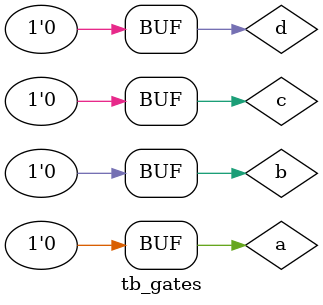
<source format=v>
module tb_gates ();

reg a,b,c,d;
wire o1,o2,o3,o4,o5,o6,o7,o8,o9,o10;

builtin_gates dut (a,b,c,d,o1,o2,o3,o4,o5,o6,o7,o8,o9,o10);

initial begin
    #0.5; a=1; b=0; c=1; d=0;
    #1; a=0; b=1; c=0; d=1;
    #2; a=0; b=0; c=1; d=0;
    #1; a=1; b=1; c=1; d=1;
    #1; a=0; b=0; c=0; d=0;
    #5;
end
    
endmodule
</source>
